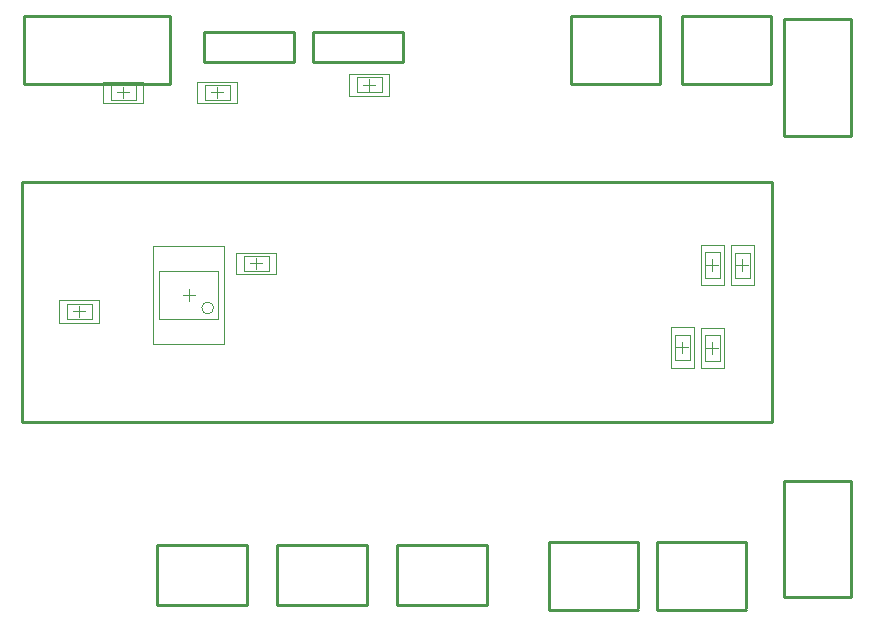
<source format=gm1>
G04*
G04 #@! TF.GenerationSoftware,Altium Limited,Altium Designer,19.1.8 (144)*
G04*
G04 Layer_Color=16711935*
%FSLAX25Y25*%
%MOIN*%
G70*
G01*
G75*
%ADD11C,0.01000*%
%ADD12C,0.00394*%
%ADD13C,0.00197*%
D11*
X26000Y70000D02*
Y150000D01*
Y70000D02*
X276000D01*
X26000Y150000D02*
X276000D01*
Y70000D02*
Y150000D01*
X279748Y50488D02*
X302189D01*
X302386Y50291D01*
Y11709D02*
Y50291D01*
X279748Y11709D02*
X302386D01*
X279748D02*
Y50488D01*
Y165551D02*
Y204331D01*
Y165551D02*
X302386D01*
Y204134D01*
X302189Y204331D02*
X302386Y204134D01*
X279748Y204331D02*
X302189D01*
X245843Y183000D02*
Y205000D01*
Y205386D02*
X275488D01*
Y182748D02*
Y205386D01*
X245843Y182748D02*
X275488D01*
X231157Y8000D02*
Y30000D01*
X201512Y7614D02*
X231157D01*
X201512D02*
Y30252D01*
X231157D01*
X208842Y182748D02*
X238488D01*
Y205386D01*
X208842D02*
X238488D01*
X208842Y183000D02*
Y205000D01*
X26512Y182748D02*
Y205189D01*
X26709Y205386D01*
X75134D01*
Y182748D02*
Y205386D01*
X26512Y182748D02*
X75134D01*
X26512D02*
Y192394D01*
X237512Y30252D02*
X267158D01*
X237512Y7614D02*
Y30252D01*
Y7614D02*
X267158D01*
Y8000D02*
Y30000D01*
X153000Y190000D02*
Y200000D01*
X122999D02*
X153000D01*
X122999Y190000D02*
Y200000D01*
Y190000D02*
X153000D01*
X116500D02*
Y200000D01*
X86499D02*
X116500D01*
X86499Y190000D02*
Y200000D01*
Y190000D02*
X116500D01*
X181000Y9000D02*
Y19000D01*
X150999Y9000D02*
Y19000D01*
Y9000D02*
X181000D01*
Y19000D02*
Y29000D01*
X150999D02*
X181000D01*
X150999Y19000D02*
Y29000D01*
X101000Y9000D02*
Y19000D01*
X70999Y9000D02*
Y19000D01*
Y9000D02*
X101000D01*
Y19000D02*
Y29000D01*
X70999D02*
X101000D01*
X70999Y19000D02*
Y29000D01*
X141000Y9000D02*
Y19000D01*
X110999Y9000D02*
Y19000D01*
Y9000D02*
X141000D01*
Y19000D02*
Y29000D01*
X110999D02*
X141000D01*
X110999Y19000D02*
Y29000D01*
D12*
X89768Y108169D02*
G03*
X89768Y108169I-1969J0D01*
G01*
X55409Y177520D02*
Y182480D01*
X63874D01*
X55409Y177520D02*
X63874D01*
Y182480D01*
X86768Y177520D02*
Y182480D01*
Y177520D02*
X95232D01*
X86768Y182480D02*
X95232D01*
Y177520D02*
Y182480D01*
X253520Y118268D02*
Y126732D01*
X258480Y118268D02*
Y126732D01*
X253520D02*
X258480D01*
X253520Y118268D02*
X258480D01*
X243520Y90768D02*
Y99232D01*
X248480Y90768D02*
Y99232D01*
X243520D02*
X248480D01*
X243520Y90768D02*
X248480D01*
X258480Y90626D02*
Y99090D01*
X253520Y90626D02*
Y99090D01*
Y90626D02*
X258480D01*
X253520Y99090D02*
X258480D01*
X268480Y118126D02*
Y126591D01*
X263520Y118126D02*
Y126591D01*
Y118126D02*
X268480D01*
X263520Y126591D02*
X268480D01*
X49232Y104520D02*
Y109480D01*
X40768Y104520D02*
X49232D01*
X40768D02*
Y109480D01*
X49232D01*
X99768Y120520D02*
Y125480D01*
Y120520D02*
X108232D01*
X99768Y125480D02*
X108232D01*
Y120520D02*
Y125480D01*
X71658Y104626D02*
Y120374D01*
X91343D01*
X71658Y104626D02*
X91343D01*
Y120374D01*
X137409Y180020D02*
Y184980D01*
X145874Y180020D02*
Y184980D01*
X137409D02*
X145874D01*
X137409Y180020D02*
X145874D01*
X59642Y178032D02*
Y181968D01*
X57673Y180000D02*
X61610D01*
X91000Y178032D02*
Y181968D01*
X89031Y180000D02*
X92968D01*
X254031Y122500D02*
X257968D01*
X256000Y120531D02*
Y124469D01*
X244032Y95000D02*
X247969D01*
X246000Y93032D02*
Y96969D01*
X254031Y94858D02*
X257968D01*
X256000Y92890D02*
Y96827D01*
X264032Y122358D02*
X267969D01*
X266000Y120390D02*
Y124327D01*
X43031Y107000D02*
X46968D01*
X45000Y105032D02*
Y108968D01*
X102032Y123000D02*
X105968D01*
X104000Y121031D02*
Y124969D01*
X81500Y110531D02*
Y114469D01*
X79532Y112500D02*
X83469D01*
X139673Y182500D02*
X143610D01*
X141642Y180532D02*
Y184468D01*
D13*
X52949Y183543D02*
X66335D01*
Y176457D02*
Y183543D01*
X52949Y176457D02*
Y183543D01*
Y176457D02*
X66335D01*
X84307D02*
X97693D01*
X84307D02*
Y183543D01*
X97693Y176457D02*
Y183543D01*
X84307D02*
X97693D01*
X252260Y115807D02*
Y129193D01*
X259740Y115807D02*
Y129193D01*
X252260D02*
X259740D01*
X252260Y115807D02*
X259740D01*
X242260Y88307D02*
Y101693D01*
X249740Y88307D02*
Y101693D01*
X242260D02*
X249740D01*
X242260Y88307D02*
X249740D01*
X259740Y88165D02*
Y101551D01*
X252260Y88165D02*
Y101551D01*
Y88165D02*
X259740D01*
X252260Y101551D02*
X259740D01*
X269740Y115665D02*
Y129051D01*
X262260Y115665D02*
Y129051D01*
Y115665D02*
X269740D01*
X262260Y129051D02*
X269740D01*
X51693Y103260D02*
Y110740D01*
X38307Y103260D02*
X51693D01*
X38307Y110740D02*
X51693D01*
X38307Y103260D02*
Y110740D01*
X97307Y119457D02*
X110693D01*
X97307D02*
Y126543D01*
X110693Y119457D02*
Y126543D01*
X97307D02*
X110693D01*
X69689Y96161D02*
Y128839D01*
X93311D01*
X69689Y96161D02*
X93311D01*
Y128839D01*
X134949Y178760D02*
Y186240D01*
X148335Y178760D02*
Y186240D01*
X134949D02*
X148335D01*
X134949Y178760D02*
X148335D01*
M02*

</source>
